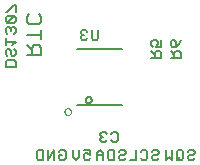
<source format=gbo>
G75*
%MOIN*%
%OFA0B0*%
%FSLAX25Y25*%
%IPPOS*%
%LPD*%
%AMOC8*
5,1,8,0,0,1.08239X$1,22.5*
%
%ADD10C,0.00600*%
%ADD11C,0.00800*%
%ADD12C,0.00394*%
%ADD13C,0.00700*%
D10*
X0018615Y0012393D02*
X0018615Y0014662D01*
X0019182Y0015229D01*
X0020883Y0015229D01*
X0020883Y0011826D01*
X0019182Y0011826D01*
X0018615Y0012393D01*
X0022298Y0011826D02*
X0022298Y0015229D01*
X0024566Y0015229D02*
X0022298Y0011826D01*
X0024566Y0011826D02*
X0024566Y0015229D01*
X0025981Y0014662D02*
X0026548Y0015229D01*
X0027682Y0015229D01*
X0028249Y0014662D01*
X0028249Y0012393D01*
X0027682Y0011826D01*
X0026548Y0011826D01*
X0025981Y0012393D01*
X0025981Y0013528D01*
X0027115Y0013528D01*
X0030615Y0012960D02*
X0030615Y0015229D01*
X0032883Y0015229D02*
X0032883Y0012960D01*
X0031749Y0011826D01*
X0030615Y0012960D01*
X0034298Y0012393D02*
X0034865Y0011826D01*
X0035999Y0011826D01*
X0036566Y0012393D01*
X0036566Y0013528D02*
X0035432Y0014095D01*
X0034865Y0014095D01*
X0034298Y0013528D01*
X0034298Y0012393D01*
X0036566Y0013528D02*
X0036566Y0015229D01*
X0034298Y0015229D01*
X0038615Y0014095D02*
X0038615Y0011826D01*
X0038615Y0013528D02*
X0040883Y0013528D01*
X0040883Y0014095D02*
X0039749Y0015229D01*
X0038615Y0014095D01*
X0040883Y0014095D02*
X0040883Y0011826D01*
X0042298Y0012393D02*
X0042298Y0014662D01*
X0042865Y0015229D01*
X0044566Y0015229D01*
X0044566Y0011826D01*
X0042865Y0011826D01*
X0042298Y0012393D01*
X0045981Y0012393D02*
X0046548Y0011826D01*
X0047682Y0011826D01*
X0048249Y0012393D01*
X0049615Y0011826D02*
X0051883Y0011826D01*
X0051883Y0015229D01*
X0053298Y0014662D02*
X0053865Y0015229D01*
X0054999Y0015229D01*
X0055566Y0014662D01*
X0055566Y0012393D01*
X0054999Y0011826D01*
X0053865Y0011826D01*
X0053298Y0012393D01*
X0056981Y0012393D02*
X0057548Y0011826D01*
X0058682Y0011826D01*
X0059249Y0012393D01*
X0058682Y0013528D02*
X0057548Y0013528D01*
X0056981Y0012960D01*
X0056981Y0012393D01*
X0058682Y0013528D02*
X0059249Y0014095D01*
X0059249Y0014662D01*
X0058682Y0015229D01*
X0057548Y0015229D01*
X0056981Y0014662D01*
X0061615Y0015229D02*
X0061615Y0011826D01*
X0062749Y0012960D01*
X0063883Y0011826D01*
X0063883Y0015229D01*
X0065298Y0014662D02*
X0065298Y0012393D01*
X0065865Y0011826D01*
X0066999Y0011826D01*
X0067566Y0012393D01*
X0067566Y0014662D01*
X0066999Y0015229D01*
X0065865Y0015229D01*
X0065298Y0014662D01*
X0066432Y0012960D02*
X0065298Y0011826D01*
X0068981Y0012393D02*
X0069548Y0011826D01*
X0070682Y0011826D01*
X0071249Y0012393D01*
X0069548Y0013528D02*
X0068981Y0012960D01*
X0068981Y0012393D01*
X0069548Y0013528D02*
X0070682Y0013528D01*
X0071249Y0014095D01*
X0071249Y0014662D01*
X0070682Y0015229D01*
X0069548Y0015229D01*
X0068981Y0014662D01*
X0048249Y0014662D02*
X0048249Y0014095D01*
X0047682Y0013528D01*
X0046548Y0013528D01*
X0045981Y0012960D01*
X0045981Y0012393D01*
X0045981Y0014662D02*
X0046548Y0015229D01*
X0047682Y0015229D01*
X0048249Y0014662D01*
X0045133Y0017826D02*
X0043999Y0017826D01*
X0043431Y0018393D01*
X0045133Y0017826D02*
X0045700Y0018393D01*
X0045700Y0020662D01*
X0045133Y0021229D01*
X0043999Y0021229D01*
X0043431Y0020662D01*
X0042017Y0020662D02*
X0041450Y0021229D01*
X0040315Y0021229D01*
X0039748Y0020662D01*
X0039748Y0020095D01*
X0040315Y0019528D01*
X0039748Y0018960D01*
X0039748Y0018393D01*
X0040315Y0017826D01*
X0041450Y0017826D01*
X0042017Y0018393D01*
X0040883Y0019528D02*
X0040315Y0019528D01*
X0011703Y0042826D02*
X0008300Y0042826D01*
X0008300Y0044528D01*
X0008867Y0045095D01*
X0011136Y0045095D01*
X0011703Y0044528D01*
X0011703Y0042826D01*
X0011136Y0046509D02*
X0010569Y0046509D01*
X0010001Y0047076D01*
X0010001Y0048211D01*
X0009434Y0048778D01*
X0008867Y0048778D01*
X0008300Y0048211D01*
X0008300Y0047076D01*
X0008867Y0046509D01*
X0011136Y0046509D02*
X0011703Y0047076D01*
X0011703Y0048211D01*
X0011136Y0048778D01*
X0010569Y0050192D02*
X0011703Y0051327D01*
X0008300Y0051327D01*
X0008300Y0052461D02*
X0008300Y0050192D01*
X0008867Y0053876D02*
X0008300Y0054443D01*
X0008300Y0055577D01*
X0008867Y0056144D01*
X0009434Y0056144D01*
X0010001Y0055577D01*
X0010001Y0055010D01*
X0010001Y0055577D02*
X0010569Y0056144D01*
X0011136Y0056144D01*
X0011703Y0055577D01*
X0011703Y0054443D01*
X0011136Y0053876D01*
X0011136Y0057559D02*
X0008867Y0057559D01*
X0011136Y0059827D01*
X0008867Y0059827D01*
X0008300Y0059260D01*
X0008300Y0058126D01*
X0008867Y0057559D01*
X0011136Y0057559D02*
X0011703Y0058126D01*
X0011703Y0059260D01*
X0011136Y0059827D01*
X0011703Y0061242D02*
X0011703Y0063510D01*
X0011136Y0063510D01*
X0008867Y0061242D01*
X0008300Y0061242D01*
X0056800Y0051211D02*
X0056800Y0050076D01*
X0057367Y0049509D01*
X0058501Y0049509D02*
X0059069Y0050644D01*
X0059069Y0051211D01*
X0058501Y0051778D01*
X0057367Y0051778D01*
X0056800Y0051211D01*
X0058501Y0049509D02*
X0060203Y0049509D01*
X0060203Y0051778D01*
X0063300Y0051211D02*
X0063867Y0051778D01*
X0064434Y0051778D01*
X0065001Y0051211D01*
X0065001Y0049509D01*
X0063867Y0049509D01*
X0063300Y0050076D01*
X0063300Y0051211D01*
X0065001Y0049509D02*
X0066136Y0050644D01*
X0066703Y0051778D01*
X0066136Y0048095D02*
X0065001Y0048095D01*
X0064434Y0047528D01*
X0064434Y0045826D01*
X0063300Y0045826D02*
X0066703Y0045826D01*
X0066703Y0047528D01*
X0066136Y0048095D01*
X0064434Y0046960D02*
X0063300Y0048095D01*
X0060203Y0047528D02*
X0059636Y0048095D01*
X0058501Y0048095D01*
X0057934Y0047528D01*
X0057934Y0045826D01*
X0056800Y0045826D02*
X0060203Y0045826D01*
X0060203Y0047528D01*
X0057934Y0046960D02*
X0056800Y0048095D01*
D11*
X0046980Y0048975D02*
X0032020Y0048975D01*
X0020204Y0049328D02*
X0020204Y0046926D01*
X0015400Y0046926D01*
X0017001Y0046926D02*
X0017001Y0049328D01*
X0017802Y0050129D01*
X0019403Y0050129D01*
X0020204Y0049328D01*
X0017001Y0048527D02*
X0015400Y0050129D01*
X0020204Y0052083D02*
X0020204Y0055285D01*
X0019403Y0057239D02*
X0016201Y0057239D01*
X0015400Y0058040D01*
X0015400Y0059641D01*
X0016201Y0060442D01*
X0019403Y0060442D02*
X0020204Y0059641D01*
X0020204Y0058040D01*
X0019403Y0057239D01*
X0020204Y0053684D02*
X0015400Y0053684D01*
X0035000Y0031926D02*
X0035002Y0031989D01*
X0035008Y0032051D01*
X0035018Y0032113D01*
X0035031Y0032175D01*
X0035049Y0032235D01*
X0035070Y0032294D01*
X0035095Y0032352D01*
X0035124Y0032408D01*
X0035156Y0032462D01*
X0035191Y0032514D01*
X0035229Y0032563D01*
X0035271Y0032611D01*
X0035315Y0032655D01*
X0035363Y0032697D01*
X0035412Y0032735D01*
X0035464Y0032770D01*
X0035518Y0032802D01*
X0035574Y0032831D01*
X0035632Y0032856D01*
X0035691Y0032877D01*
X0035751Y0032895D01*
X0035813Y0032908D01*
X0035875Y0032918D01*
X0035937Y0032924D01*
X0036000Y0032926D01*
X0036063Y0032924D01*
X0036125Y0032918D01*
X0036187Y0032908D01*
X0036249Y0032895D01*
X0036309Y0032877D01*
X0036368Y0032856D01*
X0036426Y0032831D01*
X0036482Y0032802D01*
X0036536Y0032770D01*
X0036588Y0032735D01*
X0036637Y0032697D01*
X0036685Y0032655D01*
X0036729Y0032611D01*
X0036771Y0032563D01*
X0036809Y0032514D01*
X0036844Y0032462D01*
X0036876Y0032408D01*
X0036905Y0032352D01*
X0036930Y0032294D01*
X0036951Y0032235D01*
X0036969Y0032175D01*
X0036982Y0032113D01*
X0036992Y0032051D01*
X0036998Y0031989D01*
X0037000Y0031926D01*
X0036998Y0031863D01*
X0036992Y0031801D01*
X0036982Y0031739D01*
X0036969Y0031677D01*
X0036951Y0031617D01*
X0036930Y0031558D01*
X0036905Y0031500D01*
X0036876Y0031444D01*
X0036844Y0031390D01*
X0036809Y0031338D01*
X0036771Y0031289D01*
X0036729Y0031241D01*
X0036685Y0031197D01*
X0036637Y0031155D01*
X0036588Y0031117D01*
X0036536Y0031082D01*
X0036482Y0031050D01*
X0036426Y0031021D01*
X0036368Y0030996D01*
X0036309Y0030975D01*
X0036249Y0030957D01*
X0036187Y0030944D01*
X0036125Y0030934D01*
X0036063Y0030928D01*
X0036000Y0030926D01*
X0035937Y0030928D01*
X0035875Y0030934D01*
X0035813Y0030944D01*
X0035751Y0030957D01*
X0035691Y0030975D01*
X0035632Y0030996D01*
X0035574Y0031021D01*
X0035518Y0031050D01*
X0035464Y0031082D01*
X0035412Y0031117D01*
X0035363Y0031155D01*
X0035315Y0031197D01*
X0035271Y0031241D01*
X0035229Y0031289D01*
X0035191Y0031338D01*
X0035156Y0031390D01*
X0035124Y0031444D01*
X0035095Y0031500D01*
X0035070Y0031558D01*
X0035049Y0031617D01*
X0035031Y0031677D01*
X0035018Y0031739D01*
X0035008Y0031801D01*
X0035002Y0031863D01*
X0035000Y0031926D01*
X0032020Y0030077D02*
X0046980Y0030077D01*
D12*
X0027882Y0028026D02*
X0027884Y0028092D01*
X0027890Y0028158D01*
X0027900Y0028224D01*
X0027913Y0028289D01*
X0027931Y0028353D01*
X0027952Y0028415D01*
X0027977Y0028477D01*
X0028005Y0028537D01*
X0028037Y0028595D01*
X0028073Y0028651D01*
X0028111Y0028704D01*
X0028153Y0028756D01*
X0028198Y0028805D01*
X0028245Y0028851D01*
X0028296Y0028894D01*
X0028348Y0028934D01*
X0028403Y0028971D01*
X0028460Y0029005D01*
X0028519Y0029035D01*
X0028580Y0029062D01*
X0028642Y0029085D01*
X0028705Y0029104D01*
X0028770Y0029120D01*
X0028835Y0029132D01*
X0028901Y0029140D01*
X0028967Y0029144D01*
X0029033Y0029144D01*
X0029099Y0029140D01*
X0029165Y0029132D01*
X0029230Y0029120D01*
X0029295Y0029104D01*
X0029358Y0029085D01*
X0029420Y0029062D01*
X0029481Y0029035D01*
X0029540Y0029005D01*
X0029597Y0028971D01*
X0029652Y0028934D01*
X0029704Y0028894D01*
X0029755Y0028851D01*
X0029802Y0028805D01*
X0029847Y0028756D01*
X0029889Y0028704D01*
X0029927Y0028651D01*
X0029963Y0028595D01*
X0029995Y0028537D01*
X0030023Y0028477D01*
X0030048Y0028415D01*
X0030069Y0028353D01*
X0030087Y0028289D01*
X0030100Y0028224D01*
X0030110Y0028158D01*
X0030116Y0028092D01*
X0030118Y0028026D01*
X0030116Y0027960D01*
X0030110Y0027894D01*
X0030100Y0027828D01*
X0030087Y0027763D01*
X0030069Y0027699D01*
X0030048Y0027637D01*
X0030023Y0027575D01*
X0029995Y0027515D01*
X0029963Y0027457D01*
X0029927Y0027401D01*
X0029889Y0027348D01*
X0029847Y0027296D01*
X0029802Y0027247D01*
X0029755Y0027201D01*
X0029704Y0027158D01*
X0029652Y0027118D01*
X0029597Y0027081D01*
X0029540Y0027047D01*
X0029481Y0027017D01*
X0029420Y0026990D01*
X0029358Y0026967D01*
X0029295Y0026948D01*
X0029230Y0026932D01*
X0029165Y0026920D01*
X0029099Y0026912D01*
X0029033Y0026908D01*
X0028967Y0026908D01*
X0028901Y0026912D01*
X0028835Y0026920D01*
X0028770Y0026932D01*
X0028705Y0026948D01*
X0028642Y0026967D01*
X0028580Y0026990D01*
X0028519Y0027017D01*
X0028460Y0027047D01*
X0028403Y0027081D01*
X0028348Y0027118D01*
X0028296Y0027158D01*
X0028245Y0027201D01*
X0028198Y0027247D01*
X0028153Y0027296D01*
X0028111Y0027348D01*
X0028073Y0027401D01*
X0028037Y0027457D01*
X0028005Y0027515D01*
X0027977Y0027575D01*
X0027952Y0027637D01*
X0027931Y0027699D01*
X0027913Y0027763D01*
X0027900Y0027828D01*
X0027890Y0027894D01*
X0027884Y0027960D01*
X0027882Y0028026D01*
D13*
X0033815Y0051876D02*
X0034916Y0051876D01*
X0035467Y0052427D01*
X0033815Y0051876D02*
X0033265Y0052427D01*
X0033265Y0052977D01*
X0033815Y0053528D01*
X0034366Y0053528D01*
X0033815Y0053528D02*
X0033265Y0054078D01*
X0033265Y0054628D01*
X0033815Y0055179D01*
X0034916Y0055179D01*
X0035467Y0054628D01*
X0036948Y0055179D02*
X0036948Y0052427D01*
X0037499Y0051876D01*
X0038600Y0051876D01*
X0039150Y0052427D01*
X0039150Y0055179D01*
M02*

</source>
